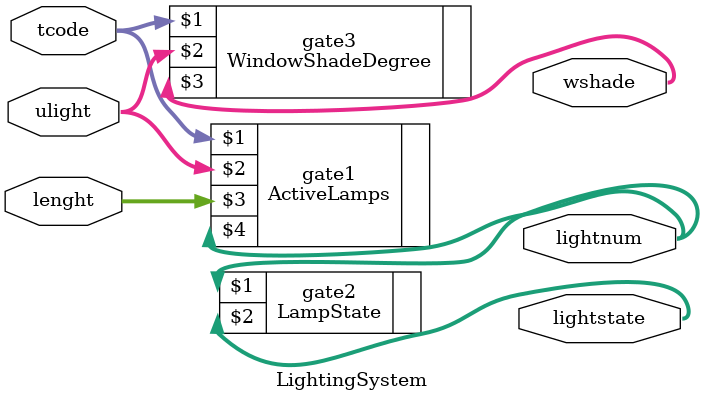
<source format=v>
/*--  *******************************************************
--  Computer Architecture Course, Laboratory Sources 
--  Amirkabir University of Technology (Tehran Polytechnic)
--  Department of Computer Engineering (CE-AUT)
--  https://ce[dot]aut[dot]ac[dot]ir
--  *******************************************************
--  All Rights reserved (C) 2019-2020
--  *******************************************************
--  Student ID  : 
--  Student Name: 
--  Student Mail: 
--  *******************************************************
--  Additional Comments:
--
--*/

/*-----------------------------------------------------------
---  Module Name: Lighting System
---  Description: Module4: 
-----------------------------------------------------------*/
`timescale 1 ns/1 ns 

module LightingSystem (
	input  [ 3:0] tcode      , // time code    [table2 time code   ]
	input  [ 3:0] ulight     , // user light   [light degree mode  ]
	input  [ 3:0] lenght     , // room length  [square room lenght ]
	output [ 3:0] wshade     , // shade level  [window shade level ]
	output [ 3:0] lightnum   , // number on    [number of active   ]
	output [15:0] lightstate   // lights state [lights state decode]
);

	ActiveLamps gate1(tcode, ulight, lenght, lightnum);
	LampState gate2(lightnum, lightstate);
	WindowShadeDegree gate3(tcode, ulight, wshade);

endmodule

</source>
